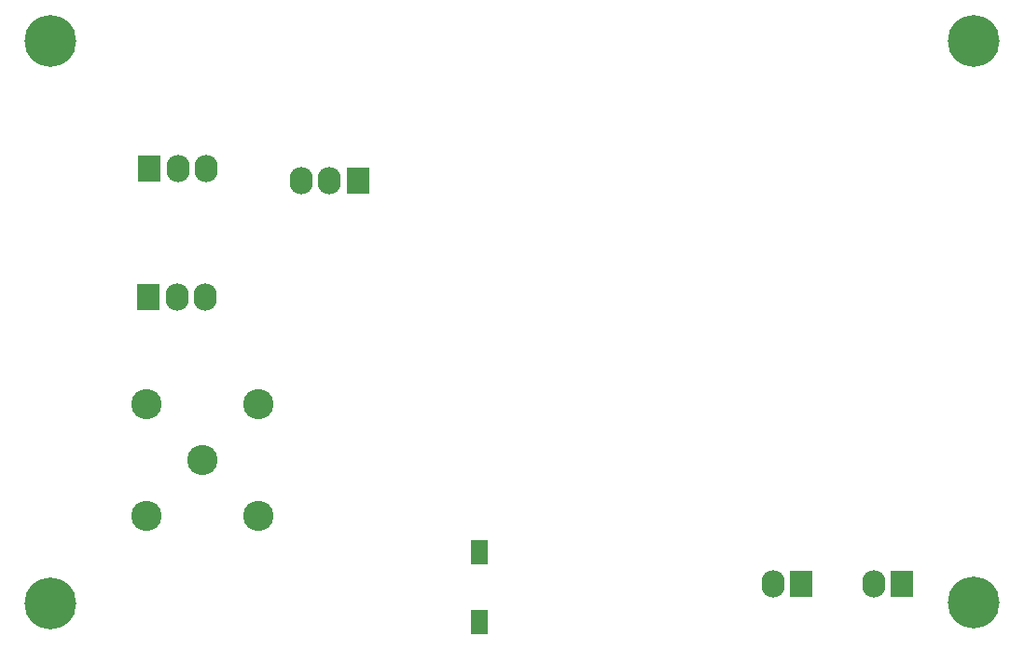
<source format=gbs>
G04*
G04 #@! TF.GenerationSoftware,Altium Limited,Altium Designer,20.2.7 (254)*
G04*
G04 Layer_Color=16711935*
%FSLAX25Y25*%
%MOIN*%
G70*
G04*
G04 #@! TF.SameCoordinates,2A94134D-DB51-4003-A73D-B3C5D03A2459*
G04*
G04*
G04 #@! TF.FilePolarity,Negative*
G04*
G01*
G75*
%ADD49C,0.18517*%
%ADD50O,0.08300X0.09800*%
%ADD51R,0.08300X0.09800*%
%ADD52C,0.10839*%
%ADD86R,0.06312X0.08674*%
D49*
X218819Y403063D02*
D03*
X548740Y403142D02*
D03*
X548779Y202040D02*
D03*
X218858Y202000D02*
D03*
D50*
X477312Y208803D02*
D03*
X513092Y208803D02*
D03*
X308465Y353307D02*
D03*
X318465D02*
D03*
X274528Y357402D02*
D03*
X264528D02*
D03*
X274327Y311496D02*
D03*
X264327Y311496D02*
D03*
D51*
X487312Y208803D02*
D03*
X523092Y208803D02*
D03*
X328965Y353307D02*
D03*
X254028Y357402D02*
D03*
X253827Y311496D02*
D03*
D52*
X253110Y273150D02*
D03*
Y233150D02*
D03*
X293110D02*
D03*
Y273150D02*
D03*
X273110Y253150D02*
D03*
D86*
X372123Y220276D02*
D03*
Y195079D02*
D03*
M02*

</source>
